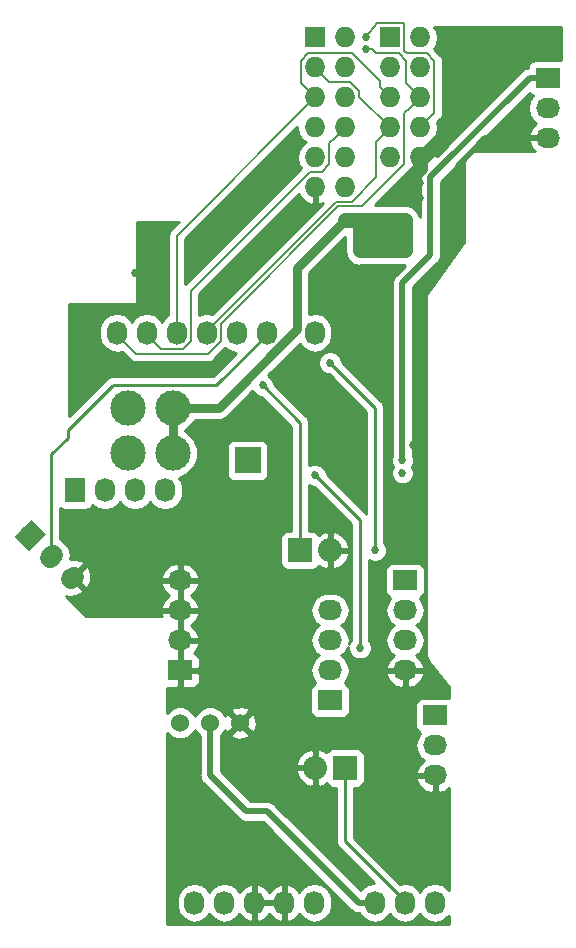
<source format=gbl>
G04 #@! TF.GenerationSoftware,KiCad,Pcbnew,5.0.2+dfsg1-1~bpo9+1*
G04 #@! TF.CreationDate,2019-11-08T02:25:03-05:00*
G04 #@! TF.ProjectId,uno,756e6f2e-6b69-4636-9164-5f7063625858,v1.0*
G04 #@! TF.SameCoordinates,Original*
G04 #@! TF.FileFunction,Copper,L2,Bot*
G04 #@! TF.FilePolarity,Positive*
%FSLAX46Y46*%
G04 Gerber Fmt 4.6, Leading zero omitted, Abs format (unit mm)*
G04 Created by KiCad (PCBNEW 5.0.2+dfsg1-1~bpo9+1) date Fri 08 Nov 2019 02:25:03 AM EST*
%MOMM*%
%LPD*%
G01*
G04 APERTURE LIST*
G04 #@! TA.AperFunction,ComponentPad*
%ADD10O,2.032000X1.727200*%
G04 #@! TD*
G04 #@! TA.AperFunction,ComponentPad*
%ADD11R,2.032000X1.727200*%
G04 #@! TD*
G04 #@! TA.AperFunction,ComponentPad*
%ADD12O,1.727200X2.032000*%
G04 #@! TD*
G04 #@! TA.AperFunction,ComponentPad*
%ADD13R,1.727200X1.727200*%
G04 #@! TD*
G04 #@! TA.AperFunction,ComponentPad*
%ADD14O,1.727200X1.727200*%
G04 #@! TD*
G04 #@! TA.AperFunction,ComponentPad*
%ADD15C,2.999740*%
G04 #@! TD*
G04 #@! TA.AperFunction,ComponentPad*
%ADD16R,2.235200X2.235200*%
G04 #@! TD*
G04 #@! TA.AperFunction,ComponentPad*
%ADD17C,1.727200*%
G04 #@! TD*
G04 #@! TA.AperFunction,Conductor*
%ADD18C,1.727200*%
G04 #@! TD*
G04 #@! TA.AperFunction,Conductor*
%ADD19C,0.100000*%
G04 #@! TD*
G04 #@! TA.AperFunction,ComponentPad*
%ADD20C,1.524000*%
G04 #@! TD*
G04 #@! TA.AperFunction,ComponentPad*
%ADD21O,2.032000X2.032000*%
G04 #@! TD*
G04 #@! TA.AperFunction,ComponentPad*
%ADD22R,2.032000X2.032000*%
G04 #@! TD*
G04 #@! TA.AperFunction,ComponentPad*
%ADD23R,1.727200X2.032000*%
G04 #@! TD*
G04 #@! TA.AperFunction,ViaPad*
%ADD24C,0.685800*%
G04 #@! TD*
G04 #@! TA.AperFunction,Conductor*
%ADD25C,0.508000*%
G04 #@! TD*
G04 #@! TA.AperFunction,Conductor*
%ADD26C,1.270000*%
G04 #@! TD*
G04 #@! TA.AperFunction,Conductor*
%ADD27C,0.762000*%
G04 #@! TD*
G04 #@! TA.AperFunction,Conductor*
%ADD28C,0.152400*%
G04 #@! TD*
G04 #@! TA.AperFunction,Conductor*
%ADD29C,0.254000*%
G04 #@! TD*
G04 APERTURE END LIST*
D10*
G04 #@! TO.P,P9,3*
G04 #@! TO.N,GND*
X76200000Y-97790000D03*
G04 #@! TO.P,P9,2*
G04 #@! TO.N,/D8*
X76200000Y-95250000D03*
D11*
G04 #@! TO.P,P9,1*
G04 #@! TO.N,+5V*
X76200000Y-92710000D03*
G04 #@! TD*
D12*
G04 #@! TO.P,U5,3V3*
G04 #@! TO.N,+3V3*
X55829200Y-108585000D03*
G04 #@! TO.P,U5,5V*
G04 #@! TO.N,+5V*
X58369200Y-108585000D03*
G04 #@! TO.P,U5,GND1*
G04 #@! TO.N,GND*
X60909200Y-108585000D03*
G04 #@! TO.P,U5,GND2*
X63449200Y-108585000D03*
G04 #@! TO.P,U5,VIN*
G04 #@! TO.N,VIN*
X65989200Y-108585000D03*
G04 #@! TO.P,U5,A0*
G04 #@! TO.N,/A0*
X71094600Y-108585000D03*
G04 #@! TO.P,U5,A1*
G04 #@! TO.N,/A1*
X73634600Y-108585000D03*
G04 #@! TO.P,U5,A2*
G04 #@! TO.N,/A2*
X76174600Y-108585000D03*
G04 #@! TO.P,U5,D7*
G04 #@! TO.N,/D7*
X66014600Y-60325000D03*
G04 #@! TO.P,U5,D13*
G04 #@! TO.N,/D13*
X49250600Y-60325000D03*
G04 #@! TO.P,U5,D12*
G04 #@! TO.N,/D12*
X51790600Y-60325000D03*
G04 #@! TO.P,U5,D11*
G04 #@! TO.N,/D11*
X54330600Y-60325000D03*
G04 #@! TO.P,U5,D8*
G04 #@! TO.N,/D8*
X61950600Y-60325000D03*
G04 #@! TO.P,U5,D9*
G04 #@! TO.N,/D9*
X59410600Y-60325000D03*
G04 #@! TO.P,U5,D10*
G04 #@! TO.N,/CS*
X56870600Y-60325000D03*
G04 #@! TD*
D10*
G04 #@! TO.P,P1,4*
G04 #@! TO.N,+5V*
X67310000Y-83820000D03*
G04 #@! TO.P,P1,3*
X67310000Y-86360000D03*
G04 #@! TO.P,P1,2*
X67310000Y-88900000D03*
D11*
G04 #@! TO.P,P1,1*
X67310000Y-91440000D03*
G04 #@! TD*
D13*
G04 #@! TO.P,P2,1*
G04 #@! TO.N,/CLKOUT*
X72390000Y-35306000D03*
D14*
G04 #@! TO.P,P2,2*
G04 #@! TO.N,/INT*
X74930000Y-35306000D03*
G04 #@! TO.P,P2,3*
G04 #@! TO.N,/WOL*
X72390000Y-37846000D03*
G04 #@! TO.P,P2,4*
G04 #@! TO.N,/D12*
X74930000Y-37846000D03*
G04 #@! TO.P,P2,5*
G04 #@! TO.N,/D11*
X72390000Y-40386000D03*
G04 #@! TO.P,P2,6*
G04 #@! TO.N,/D13*
X74930000Y-40386000D03*
G04 #@! TO.P,P2,7*
G04 #@! TO.N,/CS*
X72390000Y-42926000D03*
G04 #@! TO.P,P2,8*
G04 #@! TO.N,/RST*
X74930000Y-42926000D03*
G04 #@! TO.P,P2,9*
G04 #@! TO.N,/VCC_Branch*
X72390000Y-45466000D03*
G04 #@! TO.P,P2,10*
G04 #@! TO.N,GND*
X74930000Y-45466000D03*
G04 #@! TD*
D15*
G04 #@! TO.P,P3,1*
G04 #@! TO.N,+3V3*
X50165000Y-70485000D03*
G04 #@! TO.P,P3,2*
G04 #@! TO.N,/VCC_Branch*
X53975000Y-70485000D03*
G04 #@! TD*
G04 #@! TO.P,P4,2*
G04 #@! TO.N,/VCC_Branch*
X53975000Y-66675000D03*
G04 #@! TO.P,P4,1*
G04 #@! TO.N,+5V*
X50165000Y-66675000D03*
G04 #@! TD*
D11*
G04 #@! TO.P,P5,1*
G04 #@! TO.N,GND*
X54610000Y-88900000D03*
D10*
G04 #@! TO.P,P5,2*
X54610000Y-86360000D03*
G04 #@! TO.P,P5,3*
X54610000Y-83820000D03*
G04 #@! TO.P,P5,4*
X54610000Y-81280000D03*
G04 #@! TD*
D16*
G04 #@! TO.P,P6,1*
G04 #@! TO.N,/UNUSED*
X60325000Y-71120000D03*
G04 #@! TD*
D13*
G04 #@! TO.P,P7,1*
G04 #@! TO.N,GND*
X66040000Y-35306000D03*
D14*
G04 #@! TO.P,P7,2*
G04 #@! TO.N,/Q3*
X68580000Y-35306000D03*
G04 #@! TO.P,P7,3*
G04 #@! TO.N,/CS*
X66040000Y-37846000D03*
G04 #@! TO.P,P7,4*
G04 #@! TO.N,/RST*
X68580000Y-37846000D03*
G04 #@! TO.P,P7,5*
G04 #@! TO.N,/D11*
X66040000Y-40386000D03*
G04 #@! TO.P,P7,6*
G04 #@! TO.N,/D13*
X68580000Y-40386000D03*
G04 #@! TO.P,P7,7*
G04 #@! TO.N,/WOL*
X66040000Y-42926000D03*
G04 #@! TO.P,P7,8*
G04 #@! TO.N,/D12*
X68580000Y-42926000D03*
G04 #@! TO.P,P7,9*
G04 #@! TO.N,/CLKOUT*
X66040000Y-45466000D03*
G04 #@! TO.P,P7,10*
G04 #@! TO.N,/INT*
X68580000Y-45466000D03*
G04 #@! TO.P,P7,11*
G04 #@! TO.N,GND*
X66040000Y-48006000D03*
G04 #@! TO.P,P7,12*
G04 #@! TO.N,/VCC_Branch*
X68580000Y-48006000D03*
G04 #@! TD*
D17*
G04 #@! TO.P,P8,3*
G04 #@! TO.N,GND*
X45502102Y-81062102D03*
D18*
G04 #@! TD*
G04 #@! TO.N,GND*
G04 #@! TO.C,P8*
X45394339Y-81169865D02*
X45609865Y-80954339D01*
D17*
G04 #@! TO.P,P8,2*
G04 #@! TO.N,/D8*
X43706051Y-79266051D03*
D18*
G04 #@! TD*
G04 #@! TO.N,/D8*
G04 #@! TO.C,P8*
X43598288Y-79373814D02*
X43813814Y-79158288D01*
D17*
G04 #@! TO.P,P8,1*
G04 #@! TO.N,+5V*
X41910000Y-77470000D03*
D19*
G04 #@! TD*
G04 #@! TO.N,+5V*
G04 #@! TO.C,P8*
G36*
X41802237Y-78799078D02*
X40580922Y-77577763D01*
X42017763Y-76140922D01*
X43239078Y-77362237D01*
X41802237Y-78799078D01*
X41802237Y-78799078D01*
G37*
D11*
G04 #@! TO.P,P9,1*
G04 #@! TO.N,+5V*
X85725000Y-38735000D03*
D10*
G04 #@! TO.P,P9,2*
G04 #@! TO.N,/D9*
X85725000Y-41275000D03*
G04 #@! TO.P,P9,3*
G04 #@! TO.N,GND*
X85725000Y-43815000D03*
G04 #@! TD*
D20*
G04 #@! TO.P,P10,2*
G04 #@! TO.N,/A0*
X57150000Y-93345000D03*
G04 #@! TO.P,P10,3*
G04 #@! TO.N,GND*
X59690000Y-93345000D03*
G04 #@! TO.P,P10,1*
G04 #@! TO.N,+5V*
X54610000Y-93345000D03*
G04 #@! TD*
D21*
G04 #@! TO.P,P11,2*
G04 #@! TO.N,GND*
X66040000Y-97155000D03*
D22*
G04 #@! TO.P,P11,1*
G04 #@! TO.N,/A1*
X68580000Y-97155000D03*
G04 #@! TD*
G04 #@! TO.P,P12,1*
G04 #@! TO.N,/D9*
X64770000Y-78740000D03*
D21*
G04 #@! TO.P,P12,2*
G04 #@! TO.N,GND*
X67310000Y-78740000D03*
G04 #@! TD*
D11*
G04 #@! TO.P,P14,1*
G04 #@! TO.N,+5V*
X73660000Y-81280000D03*
D10*
G04 #@! TO.P,P14,2*
G04 #@! TO.N,/D7*
X73660000Y-83820000D03*
G04 #@! TO.P,P14,3*
G04 #@! TO.N,Net-(P14-Pad3)*
X73660000Y-86360000D03*
G04 #@! TO.P,P14,4*
G04 #@! TO.N,GND*
X73660000Y-88900000D03*
G04 #@! TD*
D23*
G04 #@! TO.P,P15,1*
G04 #@! TO.N,+3V3*
X45720000Y-73660000D03*
D12*
G04 #@! TO.P,P15,2*
X48260000Y-73660000D03*
G04 #@! TO.P,P15,3*
X50800000Y-73660000D03*
G04 #@! TO.P,P15,4*
X53340000Y-73660000D03*
G04 #@! TD*
D24*
G04 #@! TO.N,GND*
X74295000Y-69850000D03*
X63246000Y-51308000D03*
X68326000Y-54356000D03*
X59055000Y-55880000D03*
X50800000Y-55245000D03*
X72390000Y-104140000D03*
X73660000Y-102870000D03*
X74930000Y-101600000D03*
X66040000Y-100330000D03*
X66040000Y-101600000D03*
X66040000Y-102870000D03*
X57150000Y-102870000D03*
X58420000Y-102870000D03*
X59690000Y-102870000D03*
X49530000Y-78105000D03*
X50800000Y-78105000D03*
X52070000Y-78105000D03*
X50800000Y-76835000D03*
X50800000Y-79375000D03*
X50800000Y-80645000D03*
X50800000Y-81915000D03*
X73660000Y-47625000D03*
X73660000Y-48895000D03*
X72390000Y-48895000D03*
X74930000Y-48895000D03*
X74930000Y-47625000D03*
X77470000Y-43180000D03*
X78740000Y-41910000D03*
X80010000Y-40640000D03*
X63500000Y-46990000D03*
X62230000Y-48260000D03*
X60960000Y-49530000D03*
X69215000Y-60960000D03*
X70485000Y-59055000D03*
X68580000Y-57785000D03*
X69850000Y-55880000D03*
X77470000Y-50165000D03*
X77470000Y-47625000D03*
X77470000Y-48895000D03*
G04 #@! TO.N,+5V*
X73444099Y-72174099D03*
X73444099Y-71120000D03*
G04 #@! TO.N,/VCC_Branch*
X69850000Y-50800000D03*
X71120000Y-50800000D03*
X72390000Y-50800000D03*
X73660000Y-50800000D03*
X69850000Y-52070000D03*
X71120000Y-52070000D03*
X72390000Y-52070000D03*
X73660000Y-52070000D03*
X73660000Y-53340000D03*
X72390000Y-53340000D03*
X71120000Y-53340000D03*
X69850000Y-53340000D03*
G04 #@! TO.N,/RST*
X70358000Y-35306000D03*
G04 #@! TO.N,/D13*
X70358000Y-36322000D03*
G04 #@! TO.N,/D8*
X71120000Y-78740000D03*
X67310000Y-62865000D03*
G04 #@! TO.N,/D9*
X61595000Y-64770000D03*
G04 #@! TO.N,Net-(LED1-Pad2)*
X69850000Y-86995000D03*
X66040000Y-72390000D03*
G04 #@! TD*
D25*
G04 #@! TO.N,GND*
X78105000Y-46163803D02*
X80453803Y-43815000D01*
D26*
X74930000Y-46355000D02*
X73660000Y-47625000D01*
X74930000Y-45466000D02*
X74930000Y-46355000D01*
X75184000Y-45466000D02*
X77470000Y-43180000D01*
X74930000Y-45466000D02*
X75184000Y-45466000D01*
D25*
G04 #@! TO.N,+5V*
X73444099Y-56085235D02*
X73444099Y-71120000D01*
X85725000Y-38735000D02*
X84201000Y-38735000D01*
X84201000Y-38735000D02*
X75780901Y-47155099D01*
X75780901Y-53748433D02*
X73444099Y-56085235D01*
X75780901Y-47155099D02*
X75780901Y-53748433D01*
X73444099Y-72174099D02*
X73444099Y-72174099D01*
D27*
G04 #@! TO.N,/VCC_Branch*
X53975000Y-70485000D02*
X53975000Y-66675000D01*
X64515990Y-60031364D02*
X64515990Y-54864010D01*
X57872354Y-66675000D02*
X64515990Y-60031364D01*
X53975000Y-66675000D02*
X57872354Y-66675000D01*
X64515990Y-54864010D02*
X68580000Y-50800000D01*
X68580000Y-50800000D02*
X69850000Y-50800000D01*
X68580000Y-50800000D02*
X68580000Y-50800000D01*
X69850000Y-50800000D02*
X71120000Y-50800000D01*
X71120000Y-50800000D02*
X72390000Y-50800000D01*
X72390000Y-50800000D02*
X73660000Y-50800000D01*
D26*
X68580000Y-50800000D02*
X73660000Y-50800000D01*
X73660000Y-52070000D02*
X73660000Y-52070000D01*
X69850000Y-52070000D02*
X69850000Y-52070000D01*
X69850000Y-50800000D02*
X69850000Y-52070000D01*
X73660000Y-52070000D02*
X73660000Y-53340000D01*
X73660000Y-53340000D02*
X72390000Y-53340000D01*
X69850000Y-52070000D02*
X71120000Y-52070000D01*
X71120000Y-52070000D02*
X72390000Y-52070000D01*
X73660000Y-52070000D02*
X73660000Y-50800000D01*
X73660000Y-53340000D02*
X73660000Y-53340000D01*
X72390000Y-53340000D02*
X71120000Y-53340000D01*
X71120000Y-53340000D02*
X69850000Y-53340000D01*
X69850000Y-53340000D02*
X69850000Y-53340000D01*
X69850000Y-53340000D02*
X69850000Y-52070000D01*
X72390000Y-52070000D02*
X73660000Y-52070000D01*
D28*
G04 #@! TO.N,/RST*
X71262239Y-34112199D02*
X70358000Y-35306000D01*
X73583801Y-34178239D02*
X73517761Y-34112199D01*
X73517761Y-34112199D02*
X71262239Y-34112199D01*
X73583801Y-36433761D02*
X73583801Y-34178239D01*
X73802239Y-36652199D02*
X73583801Y-36433761D01*
X76123801Y-37272975D02*
X75503025Y-36652199D01*
X76123801Y-41732199D02*
X76123801Y-37272975D01*
X75503025Y-36652199D02*
X73802239Y-36652199D01*
X74930000Y-42926000D02*
X76123801Y-41732199D01*
X70358000Y-35016438D02*
X70358000Y-35306000D01*
X70358000Y-35306000D02*
X70358000Y-35016438D01*
G04 #@! TO.N,/CS*
X71196199Y-44119801D02*
X71526401Y-43789599D01*
X71196199Y-47156627D02*
X71196199Y-44119801D01*
X69153025Y-49199801D02*
X71196199Y-47156627D01*
X67843399Y-49199801D02*
X69153025Y-49199801D01*
X71526401Y-43789599D02*
X72390000Y-42926000D01*
X56870600Y-60172600D02*
X67843399Y-49199801D01*
X56870600Y-60325000D02*
X56870600Y-60172600D01*
X67233801Y-39039801D02*
X66903599Y-38709599D01*
X69000627Y-39039801D02*
X67233801Y-39039801D01*
X66903599Y-38709599D02*
X66040000Y-37846000D01*
X69773801Y-39812975D02*
X69000627Y-39039801D01*
X69773801Y-40309801D02*
X69773801Y-39812975D01*
X72390000Y-42926000D02*
X69773801Y-40309801D01*
G04 #@! TO.N,/D13*
X74066401Y-41249599D02*
X74930000Y-40386000D01*
X49250600Y-60325000D02*
X49250600Y-60477400D01*
X49250600Y-60477400D02*
X50850819Y-62077619D01*
X50850819Y-62077619D02*
X56958683Y-62077619D01*
X58064410Y-60971892D02*
X58064410Y-59553540D01*
X58064410Y-59553540D02*
X68011739Y-49606211D01*
X68011739Y-49606211D02*
X70016615Y-49606211D01*
X73583801Y-41732199D02*
X74066401Y-41249599D01*
X70016615Y-49606211D02*
X73583801Y-46039025D01*
X56958683Y-62077619D02*
X58064410Y-60971892D01*
X73583801Y-46039025D02*
X73583801Y-41732199D01*
X73736199Y-39192199D02*
X74066401Y-39522401D01*
X73736199Y-37272975D02*
X73736199Y-39192199D01*
X74066401Y-39522401D02*
X74930000Y-40386000D01*
X71173132Y-36652199D02*
X73115423Y-36652199D01*
X70842933Y-36322000D02*
X71173132Y-36652199D01*
X73115423Y-36652199D02*
X73736199Y-37272975D01*
X70358000Y-36322000D02*
X70842933Y-36322000D01*
G04 #@! TO.N,/D11*
X54330600Y-52095400D02*
X66040000Y-40386000D01*
X54330600Y-60325000D02*
X54330600Y-52095400D01*
X71526401Y-39522401D02*
X72390000Y-40386000D01*
X69153025Y-36652199D02*
X71526401Y-39025575D01*
X65466975Y-36652199D02*
X69153025Y-36652199D01*
X64846199Y-37272975D02*
X65466975Y-36652199D01*
X64846199Y-39192199D02*
X64846199Y-37272975D01*
X71526401Y-39025575D02*
X71526401Y-39522401D01*
X66040000Y-40386000D02*
X64846199Y-39192199D01*
G04 #@! TO.N,/D12*
X67233801Y-44272199D02*
X67716401Y-43789599D01*
X66613025Y-46659801D02*
X67233801Y-46039025D01*
X65608199Y-46659801D02*
X66613025Y-46659801D01*
X67716401Y-43789599D02*
X68580000Y-42926000D01*
X67233801Y-46039025D02*
X67233801Y-44272199D01*
X55524410Y-56743590D02*
X65608199Y-46659801D01*
X55524410Y-60971892D02*
X55524410Y-56743590D01*
X54825092Y-61671210D02*
X55524410Y-60971892D01*
X52984410Y-61671210D02*
X54825092Y-61671210D01*
X51790600Y-60477400D02*
X52984410Y-61671210D01*
X51790600Y-60325000D02*
X51790600Y-60477400D01*
D25*
G04 #@! TO.N,/A0*
X57150000Y-94422630D02*
X57150000Y-93345000D01*
X60228479Y-100838001D02*
X57150000Y-97759522D01*
X61976001Y-100838001D02*
X60228479Y-100838001D01*
X69723000Y-108585000D02*
X61976001Y-100838001D01*
X57150000Y-97759522D02*
X57150000Y-94422630D01*
X71094600Y-108585000D02*
X69723000Y-108585000D01*
D29*
G04 #@! TO.N,/A1*
X68580000Y-103378000D02*
X68580000Y-97155000D01*
X73634600Y-108432600D02*
X68580000Y-103378000D01*
X73634600Y-108585000D02*
X73634600Y-108432600D01*
G04 #@! TO.N,/D8*
X71120000Y-78740000D02*
X71120000Y-66675000D01*
X71120000Y-66675000D02*
X67310000Y-62865000D01*
X67310000Y-62865000D02*
X67310000Y-62865000D01*
X43706051Y-79266051D02*
X43706051Y-70605541D01*
X61950600Y-60477400D02*
X61950600Y-60325000D01*
X57682129Y-64745871D02*
X61950600Y-60477400D01*
X48895000Y-64745871D02*
X48895000Y-64794129D01*
X48895000Y-64745871D02*
X57682129Y-64745871D01*
X48895000Y-64794129D02*
X48870871Y-64794129D01*
X45085000Y-68580000D02*
X45085000Y-69226592D01*
X48870871Y-64794129D02*
X45085000Y-68580000D01*
X43706051Y-70605541D02*
X45085000Y-69226592D01*
G04 #@! TO.N,/D9*
X64770000Y-78740000D02*
X64770000Y-67945000D01*
X64770000Y-67945000D02*
X61595000Y-64770000D01*
X61595000Y-64770000D02*
X61595000Y-64770000D01*
G04 #@! TO.N,Net-(LED1-Pad2)*
X69850000Y-86995000D02*
X69850000Y-76200000D01*
X69850000Y-76200000D02*
X66040000Y-72390000D01*
G04 #@! TD*
G04 #@! TO.N,GND*
G36*
X55965680Y-94136337D02*
X56261000Y-94431657D01*
X56261000Y-94510185D01*
X56261001Y-94510190D01*
X56261000Y-97671967D01*
X56243584Y-97759522D01*
X56261000Y-97847077D01*
X56312581Y-98106391D01*
X56509067Y-98400455D01*
X56583296Y-98450053D01*
X59537949Y-101404707D01*
X59587546Y-101478934D01*
X59881609Y-101675420D01*
X60140923Y-101727001D01*
X60140924Y-101727001D01*
X60228479Y-101744417D01*
X60316034Y-101727001D01*
X61607766Y-101727001D01*
X69032471Y-109151707D01*
X69082067Y-109225933D01*
X69376130Y-109422419D01*
X69635444Y-109474000D01*
X69722999Y-109491416D01*
X69787495Y-109478587D01*
X70014170Y-109817830D01*
X70509876Y-110149050D01*
X71094600Y-110265359D01*
X71679325Y-110149050D01*
X72175030Y-109817830D01*
X72364600Y-109534119D01*
X72554170Y-109817830D01*
X73049876Y-110149050D01*
X73634600Y-110265359D01*
X74219325Y-110149050D01*
X74715030Y-109817830D01*
X74904600Y-109534119D01*
X75094170Y-109817830D01*
X75589876Y-110149050D01*
X76174600Y-110265359D01*
X76759325Y-110149050D01*
X77255030Y-109817830D01*
X77343000Y-109686173D01*
X77343000Y-110363000D01*
X53467000Y-110363000D01*
X53467000Y-108285003D01*
X54330600Y-108285003D01*
X54330600Y-108884998D01*
X54417550Y-109322125D01*
X54748770Y-109817830D01*
X55244476Y-110149050D01*
X55829200Y-110265359D01*
X56413925Y-110149050D01*
X56909630Y-109817830D01*
X57099200Y-109534119D01*
X57288770Y-109817830D01*
X57784476Y-110149050D01*
X58369200Y-110265359D01*
X58953925Y-110149050D01*
X59449630Y-109817830D01*
X59643109Y-109528267D01*
X60007164Y-109935732D01*
X60534409Y-110189709D01*
X60550174Y-110192358D01*
X60782200Y-110071217D01*
X60782200Y-108712000D01*
X61036200Y-108712000D01*
X61036200Y-110071217D01*
X61268226Y-110192358D01*
X61283991Y-110189709D01*
X61811236Y-109935732D01*
X62179200Y-109523892D01*
X62547164Y-109935732D01*
X63074409Y-110189709D01*
X63090174Y-110192358D01*
X63322200Y-110071217D01*
X63322200Y-108712000D01*
X61036200Y-108712000D01*
X60782200Y-108712000D01*
X60762200Y-108712000D01*
X60762200Y-108458000D01*
X60782200Y-108458000D01*
X60782200Y-107098783D01*
X61036200Y-107098783D01*
X61036200Y-108458000D01*
X63322200Y-108458000D01*
X63322200Y-107098783D01*
X63576200Y-107098783D01*
X63576200Y-108458000D01*
X63596200Y-108458000D01*
X63596200Y-108712000D01*
X63576200Y-108712000D01*
X63576200Y-110071217D01*
X63808226Y-110192358D01*
X63823991Y-110189709D01*
X64351236Y-109935732D01*
X64715290Y-109528268D01*
X64908770Y-109817830D01*
X65404476Y-110149050D01*
X65989200Y-110265359D01*
X66573925Y-110149050D01*
X67069630Y-109817830D01*
X67400850Y-109322124D01*
X67487800Y-108884997D01*
X67487800Y-108285002D01*
X67400850Y-107847875D01*
X67069630Y-107352170D01*
X66573924Y-107020950D01*
X65989200Y-106904641D01*
X65404475Y-107020950D01*
X64908770Y-107352170D01*
X64715291Y-107641733D01*
X64351236Y-107234268D01*
X63823991Y-106980291D01*
X63808226Y-106977642D01*
X63576200Y-107098783D01*
X63322200Y-107098783D01*
X63090174Y-106977642D01*
X63074409Y-106980291D01*
X62547164Y-107234268D01*
X62179200Y-107646108D01*
X61811236Y-107234268D01*
X61283991Y-106980291D01*
X61268226Y-106977642D01*
X61036200Y-107098783D01*
X60782200Y-107098783D01*
X60550174Y-106977642D01*
X60534409Y-106980291D01*
X60007164Y-107234268D01*
X59643110Y-107641732D01*
X59449630Y-107352170D01*
X58953924Y-107020950D01*
X58369200Y-106904641D01*
X57784475Y-107020950D01*
X57288770Y-107352170D01*
X57099200Y-107635881D01*
X56909630Y-107352170D01*
X56413924Y-107020950D01*
X55829200Y-106904641D01*
X55244475Y-107020950D01*
X54748770Y-107352170D01*
X54417550Y-107847876D01*
X54330600Y-108285003D01*
X53467000Y-108285003D01*
X53467000Y-94177657D01*
X53818663Y-94529320D01*
X54332119Y-94742000D01*
X54887881Y-94742000D01*
X55401337Y-94529320D01*
X55794320Y-94136337D01*
X55880000Y-93929487D01*
X55965680Y-94136337D01*
X55965680Y-94136337D01*
G37*
X55965680Y-94136337D02*
X56261000Y-94431657D01*
X56261000Y-94510185D01*
X56261001Y-94510190D01*
X56261000Y-97671967D01*
X56243584Y-97759522D01*
X56261000Y-97847077D01*
X56312581Y-98106391D01*
X56509067Y-98400455D01*
X56583296Y-98450053D01*
X59537949Y-101404707D01*
X59587546Y-101478934D01*
X59881609Y-101675420D01*
X60140923Y-101727001D01*
X60140924Y-101727001D01*
X60228479Y-101744417D01*
X60316034Y-101727001D01*
X61607766Y-101727001D01*
X69032471Y-109151707D01*
X69082067Y-109225933D01*
X69376130Y-109422419D01*
X69635444Y-109474000D01*
X69722999Y-109491416D01*
X69787495Y-109478587D01*
X70014170Y-109817830D01*
X70509876Y-110149050D01*
X71094600Y-110265359D01*
X71679325Y-110149050D01*
X72175030Y-109817830D01*
X72364600Y-109534119D01*
X72554170Y-109817830D01*
X73049876Y-110149050D01*
X73634600Y-110265359D01*
X74219325Y-110149050D01*
X74715030Y-109817830D01*
X74904600Y-109534119D01*
X75094170Y-109817830D01*
X75589876Y-110149050D01*
X76174600Y-110265359D01*
X76759325Y-110149050D01*
X77255030Y-109817830D01*
X77343000Y-109686173D01*
X77343000Y-110363000D01*
X53467000Y-110363000D01*
X53467000Y-108285003D01*
X54330600Y-108285003D01*
X54330600Y-108884998D01*
X54417550Y-109322125D01*
X54748770Y-109817830D01*
X55244476Y-110149050D01*
X55829200Y-110265359D01*
X56413925Y-110149050D01*
X56909630Y-109817830D01*
X57099200Y-109534119D01*
X57288770Y-109817830D01*
X57784476Y-110149050D01*
X58369200Y-110265359D01*
X58953925Y-110149050D01*
X59449630Y-109817830D01*
X59643109Y-109528267D01*
X60007164Y-109935732D01*
X60534409Y-110189709D01*
X60550174Y-110192358D01*
X60782200Y-110071217D01*
X60782200Y-108712000D01*
X61036200Y-108712000D01*
X61036200Y-110071217D01*
X61268226Y-110192358D01*
X61283991Y-110189709D01*
X61811236Y-109935732D01*
X62179200Y-109523892D01*
X62547164Y-109935732D01*
X63074409Y-110189709D01*
X63090174Y-110192358D01*
X63322200Y-110071217D01*
X63322200Y-108712000D01*
X61036200Y-108712000D01*
X60782200Y-108712000D01*
X60762200Y-108712000D01*
X60762200Y-108458000D01*
X60782200Y-108458000D01*
X60782200Y-107098783D01*
X61036200Y-107098783D01*
X61036200Y-108458000D01*
X63322200Y-108458000D01*
X63322200Y-107098783D01*
X63576200Y-107098783D01*
X63576200Y-108458000D01*
X63596200Y-108458000D01*
X63596200Y-108712000D01*
X63576200Y-108712000D01*
X63576200Y-110071217D01*
X63808226Y-110192358D01*
X63823991Y-110189709D01*
X64351236Y-109935732D01*
X64715290Y-109528268D01*
X64908770Y-109817830D01*
X65404476Y-110149050D01*
X65989200Y-110265359D01*
X66573925Y-110149050D01*
X67069630Y-109817830D01*
X67400850Y-109322124D01*
X67487800Y-108884997D01*
X67487800Y-108285002D01*
X67400850Y-107847875D01*
X67069630Y-107352170D01*
X66573924Y-107020950D01*
X65989200Y-106904641D01*
X65404475Y-107020950D01*
X64908770Y-107352170D01*
X64715291Y-107641733D01*
X64351236Y-107234268D01*
X63823991Y-106980291D01*
X63808226Y-106977642D01*
X63576200Y-107098783D01*
X63322200Y-107098783D01*
X63090174Y-106977642D01*
X63074409Y-106980291D01*
X62547164Y-107234268D01*
X62179200Y-107646108D01*
X61811236Y-107234268D01*
X61283991Y-106980291D01*
X61268226Y-106977642D01*
X61036200Y-107098783D01*
X60782200Y-107098783D01*
X60550174Y-106977642D01*
X60534409Y-106980291D01*
X60007164Y-107234268D01*
X59643110Y-107641732D01*
X59449630Y-107352170D01*
X58953924Y-107020950D01*
X58369200Y-106904641D01*
X57784475Y-107020950D01*
X57288770Y-107352170D01*
X57099200Y-107635881D01*
X56909630Y-107352170D01*
X56413924Y-107020950D01*
X55829200Y-106904641D01*
X55244475Y-107020950D01*
X54748770Y-107352170D01*
X54417550Y-107847876D01*
X54330600Y-108285003D01*
X53467000Y-108285003D01*
X53467000Y-94177657D01*
X53818663Y-94529320D01*
X54332119Y-94742000D01*
X54887881Y-94742000D01*
X55401337Y-94529320D01*
X55794320Y-94136337D01*
X55880000Y-93929487D01*
X55965680Y-94136337D01*
G36*
X78613000Y-52664301D02*
X75461656Y-57076183D01*
X75441274Y-57121350D01*
X75438000Y-57150000D01*
X75438000Y-87630000D01*
X75447667Y-87678601D01*
X75463400Y-87706200D01*
X75494132Y-87747176D01*
X75497554Y-87809964D01*
X75519958Y-87856682D01*
X75530065Y-87907496D01*
X75580578Y-87983094D01*
X75589013Y-88000683D01*
X75619428Y-88041236D01*
X75687255Y-88142746D01*
X75703903Y-88153870D01*
X77343000Y-90339334D01*
X77343000Y-91224221D01*
X77216000Y-91198960D01*
X75184000Y-91198960D01*
X74936235Y-91248243D01*
X74726191Y-91388591D01*
X74585843Y-91598635D01*
X74536560Y-91846400D01*
X74536560Y-93573600D01*
X74585843Y-93821365D01*
X74726191Y-94031409D01*
X74936235Y-94171757D01*
X74962251Y-94176932D01*
X74635950Y-94665275D01*
X74519641Y-95250000D01*
X74635950Y-95834725D01*
X74967170Y-96330430D01*
X75256732Y-96523910D01*
X74849268Y-96887964D01*
X74595291Y-97415209D01*
X74592642Y-97430974D01*
X74713783Y-97663000D01*
X76073000Y-97663000D01*
X76073000Y-97643000D01*
X76327000Y-97643000D01*
X76327000Y-97663000D01*
X76347000Y-97663000D01*
X76347000Y-97917000D01*
X76327000Y-97917000D01*
X76327000Y-99130924D01*
X76561913Y-99275184D01*
X77114320Y-99081954D01*
X77343000Y-98877637D01*
X77343000Y-107483826D01*
X77255030Y-107352170D01*
X76759324Y-107020950D01*
X76174600Y-106904641D01*
X75589875Y-107020950D01*
X75094170Y-107352170D01*
X74904600Y-107635881D01*
X74715030Y-107352170D01*
X74219324Y-107020950D01*
X73634600Y-106904641D01*
X73258986Y-106979355D01*
X69342000Y-103062370D01*
X69342000Y-98818440D01*
X69596000Y-98818440D01*
X69843765Y-98769157D01*
X70053809Y-98628809D01*
X70194157Y-98418765D01*
X70243440Y-98171000D01*
X70243440Y-98149026D01*
X74592642Y-98149026D01*
X74595291Y-98164791D01*
X74849268Y-98692036D01*
X75285680Y-99081954D01*
X75838087Y-99275184D01*
X76073000Y-99130924D01*
X76073000Y-97917000D01*
X74713783Y-97917000D01*
X74592642Y-98149026D01*
X70243440Y-98149026D01*
X70243440Y-96139000D01*
X70194157Y-95891235D01*
X70053809Y-95681191D01*
X69843765Y-95540843D01*
X69596000Y-95491560D01*
X67564000Y-95491560D01*
X67316235Y-95540843D01*
X67106191Y-95681191D01*
X67001338Y-95838113D01*
X66904818Y-95748615D01*
X66422944Y-95549025D01*
X66167000Y-95668164D01*
X66167000Y-97028000D01*
X66187000Y-97028000D01*
X66187000Y-97282000D01*
X66167000Y-97282000D01*
X66167000Y-98641836D01*
X66422944Y-98760975D01*
X66904818Y-98561385D01*
X67001338Y-98471887D01*
X67106191Y-98628809D01*
X67316235Y-98769157D01*
X67564000Y-98818440D01*
X67818001Y-98818440D01*
X67818000Y-103302957D01*
X67803073Y-103378000D01*
X67818000Y-103453043D01*
X67818000Y-103453047D01*
X67862212Y-103675316D01*
X68030629Y-103927371D01*
X68094253Y-103969883D01*
X71039892Y-106915523D01*
X70509875Y-107020950D01*
X70014170Y-107352170D01*
X69907319Y-107512083D01*
X62666532Y-100271297D01*
X62616934Y-100197068D01*
X62322871Y-100000582D01*
X62063557Y-99949001D01*
X62063556Y-99949001D01*
X61976001Y-99931585D01*
X61888446Y-99949001D01*
X60596715Y-99949001D01*
X58185660Y-97537946D01*
X64434017Y-97537946D01*
X64702812Y-98123379D01*
X65175182Y-98561385D01*
X65657056Y-98760975D01*
X65913000Y-98641836D01*
X65913000Y-97282000D01*
X64552633Y-97282000D01*
X64434017Y-97537946D01*
X58185660Y-97537946D01*
X58039000Y-97391287D01*
X58039000Y-96772054D01*
X64434017Y-96772054D01*
X64552633Y-97028000D01*
X65913000Y-97028000D01*
X65913000Y-95668164D01*
X65657056Y-95549025D01*
X65175182Y-95748615D01*
X64702812Y-96186621D01*
X64434017Y-96772054D01*
X58039000Y-96772054D01*
X58039000Y-94431657D01*
X58145444Y-94325213D01*
X58889392Y-94325213D01*
X58958857Y-94567397D01*
X59482302Y-94754144D01*
X60037368Y-94726362D01*
X60421143Y-94567397D01*
X60490608Y-94325213D01*
X59690000Y-93524605D01*
X58889392Y-94325213D01*
X58145444Y-94325213D01*
X58334320Y-94136337D01*
X58413428Y-93945353D01*
X58467603Y-94076143D01*
X58709787Y-94145608D01*
X59510395Y-93345000D01*
X59869605Y-93345000D01*
X60670213Y-94145608D01*
X60912397Y-94076143D01*
X61099144Y-93552698D01*
X61071362Y-92997632D01*
X60912397Y-92613857D01*
X60670213Y-92544392D01*
X59869605Y-93345000D01*
X59510395Y-93345000D01*
X58709787Y-92544392D01*
X58467603Y-92613857D01*
X58417465Y-92754393D01*
X58334320Y-92553663D01*
X58145444Y-92364787D01*
X58889392Y-92364787D01*
X59690000Y-93165395D01*
X60490608Y-92364787D01*
X60421143Y-92122603D01*
X59897698Y-91935856D01*
X59342632Y-91963638D01*
X58958857Y-92122603D01*
X58889392Y-92364787D01*
X58145444Y-92364787D01*
X57941337Y-92160680D01*
X57427881Y-91948000D01*
X56872119Y-91948000D01*
X56358663Y-92160680D01*
X55965680Y-92553663D01*
X55880000Y-92760513D01*
X55794320Y-92553663D01*
X55401337Y-92160680D01*
X54887881Y-91948000D01*
X54332119Y-91948000D01*
X53818663Y-92160680D01*
X53467000Y-92512343D01*
X53467000Y-90398314D01*
X53467691Y-90398600D01*
X54324250Y-90398600D01*
X54483000Y-90239850D01*
X54483000Y-89027000D01*
X54737000Y-89027000D01*
X54737000Y-90239850D01*
X54895750Y-90398600D01*
X55752309Y-90398600D01*
X55985698Y-90301927D01*
X56164327Y-90123299D01*
X56261000Y-89889910D01*
X56261000Y-89185750D01*
X56102250Y-89027000D01*
X54737000Y-89027000D01*
X54483000Y-89027000D01*
X54463000Y-89027000D01*
X54463000Y-88773000D01*
X54483000Y-88773000D01*
X54483000Y-86487000D01*
X54737000Y-86487000D01*
X54737000Y-88773000D01*
X56102250Y-88773000D01*
X56261000Y-88614250D01*
X56261000Y-87910090D01*
X56164327Y-87676701D01*
X55985698Y-87498073D01*
X55788139Y-87416241D01*
X55960732Y-87262036D01*
X56214709Y-86734791D01*
X56217358Y-86719026D01*
X56096217Y-86487000D01*
X54737000Y-86487000D01*
X54483000Y-86487000D01*
X54463000Y-86487000D01*
X54463000Y-86233000D01*
X54483000Y-86233000D01*
X54483000Y-83947000D01*
X54737000Y-83947000D01*
X54737000Y-86233000D01*
X56096217Y-86233000D01*
X56217358Y-86000974D01*
X56214709Y-85985209D01*
X55960732Y-85457964D01*
X55548892Y-85090000D01*
X55960732Y-84722036D01*
X56214709Y-84194791D01*
X56217358Y-84179026D01*
X56096217Y-83947000D01*
X54737000Y-83947000D01*
X54483000Y-83947000D01*
X53123783Y-83947000D01*
X53002642Y-84179026D01*
X53005291Y-84194791D01*
X53069458Y-84328000D01*
X46616641Y-84328000D01*
X44992397Y-82587739D01*
X45184826Y-82655050D01*
X45769130Y-82622173D01*
X46296375Y-82368197D01*
X46360476Y-82100081D01*
X45502102Y-81241707D01*
X45487960Y-81255850D01*
X45308355Y-81076245D01*
X45322497Y-81062102D01*
X45681707Y-81062102D01*
X46540081Y-81920476D01*
X46808197Y-81856375D01*
X46912894Y-81639026D01*
X53002642Y-81639026D01*
X53005291Y-81654791D01*
X53259268Y-82182036D01*
X53671108Y-82550000D01*
X53259268Y-82917964D01*
X53005291Y-83445209D01*
X53002642Y-83460974D01*
X53123783Y-83693000D01*
X54483000Y-83693000D01*
X54483000Y-81407000D01*
X54737000Y-81407000D01*
X54737000Y-83693000D01*
X56096217Y-83693000D01*
X56217358Y-83460974D01*
X56214709Y-83445209D01*
X55960732Y-82917964D01*
X55548892Y-82550000D01*
X55960732Y-82182036D01*
X56214709Y-81654791D01*
X56217358Y-81639026D01*
X56096217Y-81407000D01*
X54737000Y-81407000D01*
X54483000Y-81407000D01*
X53123783Y-81407000D01*
X53002642Y-81639026D01*
X46912894Y-81639026D01*
X47062173Y-81329130D01*
X47085138Y-80920974D01*
X53002642Y-80920974D01*
X53123783Y-81153000D01*
X54483000Y-81153000D01*
X54483000Y-79939076D01*
X54737000Y-79939076D01*
X54737000Y-81153000D01*
X56096217Y-81153000D01*
X56217358Y-80920974D01*
X56214709Y-80905209D01*
X55960732Y-80377964D01*
X55524320Y-79988046D01*
X54971913Y-79794816D01*
X54737000Y-79939076D01*
X54483000Y-79939076D01*
X54248087Y-79794816D01*
X53695680Y-79988046D01*
X53259268Y-80377964D01*
X53005291Y-80905209D01*
X53002642Y-80920974D01*
X47085138Y-80920974D01*
X47095050Y-80744826D01*
X46901820Y-80192419D01*
X46892545Y-80179398D01*
X46642819Y-80100990D01*
X45681707Y-81062102D01*
X45322497Y-81062102D01*
X45308355Y-81047960D01*
X45487960Y-80868355D01*
X45502102Y-80882497D01*
X46463214Y-79921385D01*
X46384806Y-79671659D01*
X46371785Y-79662384D01*
X45819378Y-79469154D01*
X45273832Y-79499850D01*
X45341772Y-79158288D01*
X45225464Y-78573564D01*
X44894244Y-78077858D01*
X44468051Y-77793085D01*
X44468051Y-75180221D01*
X44608635Y-75274157D01*
X44856400Y-75323440D01*
X46583600Y-75323440D01*
X46831365Y-75274157D01*
X47041409Y-75133809D01*
X47181757Y-74923765D01*
X47186932Y-74897749D01*
X47675276Y-75224050D01*
X48260000Y-75340359D01*
X48844725Y-75224050D01*
X49340430Y-74892830D01*
X49530000Y-74609119D01*
X49719570Y-74892830D01*
X50215276Y-75224050D01*
X50800000Y-75340359D01*
X51384725Y-75224050D01*
X51880430Y-74892830D01*
X52070000Y-74609119D01*
X52259570Y-74892830D01*
X52755276Y-75224050D01*
X53340000Y-75340359D01*
X53924725Y-75224050D01*
X54420430Y-74892830D01*
X54751650Y-74397124D01*
X54838600Y-73959997D01*
X54838600Y-73360002D01*
X54751650Y-72922875D01*
X54516773Y-72571357D01*
X55184307Y-72294856D01*
X55784856Y-71694307D01*
X56109870Y-70909652D01*
X56109870Y-70060348D01*
X56085868Y-70002400D01*
X58559960Y-70002400D01*
X58559960Y-72237600D01*
X58609243Y-72485365D01*
X58749591Y-72695409D01*
X58959635Y-72835757D01*
X59207400Y-72885040D01*
X61442600Y-72885040D01*
X61690365Y-72835757D01*
X61900409Y-72695409D01*
X62040757Y-72485365D01*
X62090040Y-72237600D01*
X62090040Y-70002400D01*
X62040757Y-69754635D01*
X61900409Y-69544591D01*
X61690365Y-69404243D01*
X61442600Y-69354960D01*
X59207400Y-69354960D01*
X58959635Y-69404243D01*
X58749591Y-69544591D01*
X58609243Y-69754635D01*
X58559960Y-70002400D01*
X56085868Y-70002400D01*
X55784856Y-69275693D01*
X55184307Y-68675144D01*
X54991000Y-68595074D01*
X54991000Y-68564926D01*
X55184307Y-68484856D01*
X55784856Y-67884307D01*
X55864926Y-67691000D01*
X57772291Y-67691000D01*
X57872354Y-67710904D01*
X57972417Y-67691000D01*
X57972419Y-67691000D01*
X58268777Y-67632051D01*
X58604849Y-67407495D01*
X58661534Y-67322660D01*
X60735013Y-65249182D01*
X60765977Y-65323936D01*
X61041064Y-65599023D01*
X61400484Y-65747900D01*
X61495270Y-65747900D01*
X64008001Y-68260632D01*
X64008000Y-77076560D01*
X63754000Y-77076560D01*
X63506235Y-77125843D01*
X63296191Y-77266191D01*
X63155843Y-77476235D01*
X63106560Y-77724000D01*
X63106560Y-79756000D01*
X63155843Y-80003765D01*
X63296191Y-80213809D01*
X63506235Y-80354157D01*
X63754000Y-80403440D01*
X65786000Y-80403440D01*
X66033765Y-80354157D01*
X66243809Y-80213809D01*
X66348662Y-80056887D01*
X66445182Y-80146385D01*
X66927056Y-80345975D01*
X67183000Y-80226836D01*
X67183000Y-78867000D01*
X67437000Y-78867000D01*
X67437000Y-80226836D01*
X67692944Y-80345975D01*
X68174818Y-80146385D01*
X68647188Y-79708379D01*
X68915983Y-79122946D01*
X68797367Y-78867000D01*
X67437000Y-78867000D01*
X67183000Y-78867000D01*
X67163000Y-78867000D01*
X67163000Y-78613000D01*
X67183000Y-78613000D01*
X67183000Y-77253164D01*
X67437000Y-77253164D01*
X67437000Y-78613000D01*
X68797367Y-78613000D01*
X68915983Y-78357054D01*
X68647188Y-77771621D01*
X68174818Y-77333615D01*
X67692944Y-77134025D01*
X67437000Y-77253164D01*
X67183000Y-77253164D01*
X66927056Y-77134025D01*
X66445182Y-77333615D01*
X66348662Y-77423113D01*
X66243809Y-77266191D01*
X66033765Y-77125843D01*
X65786000Y-77076560D01*
X65532000Y-77076560D01*
X65532000Y-73238050D01*
X65845484Y-73367900D01*
X65940270Y-73367900D01*
X69088001Y-76515632D01*
X69088000Y-86374041D01*
X69020977Y-86441064D01*
X68931050Y-86658166D01*
X68990359Y-86360000D01*
X68874050Y-85775275D01*
X68542830Y-85279570D01*
X68259119Y-85090000D01*
X68542830Y-84900430D01*
X68874050Y-84404725D01*
X68990359Y-83820000D01*
X68874050Y-83235275D01*
X68542830Y-82739570D01*
X68047125Y-82408350D01*
X67609998Y-82321400D01*
X67010002Y-82321400D01*
X66572875Y-82408350D01*
X66077170Y-82739570D01*
X65745950Y-83235275D01*
X65629641Y-83820000D01*
X65745950Y-84404725D01*
X66077170Y-84900430D01*
X66360881Y-85090000D01*
X66077170Y-85279570D01*
X65745950Y-85775275D01*
X65629641Y-86360000D01*
X65745950Y-86944725D01*
X66077170Y-87440430D01*
X66360881Y-87630000D01*
X66077170Y-87819570D01*
X65745950Y-88315275D01*
X65629641Y-88900000D01*
X65745950Y-89484725D01*
X66072251Y-89973068D01*
X66046235Y-89978243D01*
X65836191Y-90118591D01*
X65695843Y-90328635D01*
X65646560Y-90576400D01*
X65646560Y-92303600D01*
X65695843Y-92551365D01*
X65836191Y-92761409D01*
X66046235Y-92901757D01*
X66294000Y-92951040D01*
X68326000Y-92951040D01*
X68573765Y-92901757D01*
X68783809Y-92761409D01*
X68924157Y-92551365D01*
X68973440Y-92303600D01*
X68973440Y-90576400D01*
X68924157Y-90328635D01*
X68783809Y-90118591D01*
X68573765Y-89978243D01*
X68547749Y-89973068D01*
X68874050Y-89484725D01*
X68918944Y-89259026D01*
X72052642Y-89259026D01*
X72055291Y-89274791D01*
X72309268Y-89802036D01*
X72745680Y-90191954D01*
X73298087Y-90385184D01*
X73533000Y-90240924D01*
X73533000Y-89027000D01*
X73787000Y-89027000D01*
X73787000Y-90240924D01*
X74021913Y-90385184D01*
X74574320Y-90191954D01*
X75010732Y-89802036D01*
X75264709Y-89274791D01*
X75267358Y-89259026D01*
X75146217Y-89027000D01*
X73787000Y-89027000D01*
X73533000Y-89027000D01*
X72173783Y-89027000D01*
X72052642Y-89259026D01*
X68918944Y-89259026D01*
X68990359Y-88900000D01*
X68874050Y-88315275D01*
X68542830Y-87819570D01*
X68259119Y-87630000D01*
X68542830Y-87440430D01*
X68872100Y-86947643D01*
X68872100Y-87189516D01*
X69020977Y-87548936D01*
X69296064Y-87824023D01*
X69655484Y-87972900D01*
X70044516Y-87972900D01*
X70403936Y-87824023D01*
X70679023Y-87548936D01*
X70827900Y-87189516D01*
X70827900Y-86800484D01*
X70679023Y-86441064D01*
X70612000Y-86374041D01*
X70612000Y-83820000D01*
X71979641Y-83820000D01*
X72095950Y-84404725D01*
X72427170Y-84900430D01*
X72710881Y-85090000D01*
X72427170Y-85279570D01*
X72095950Y-85775275D01*
X71979641Y-86360000D01*
X72095950Y-86944725D01*
X72427170Y-87440430D01*
X72716732Y-87633910D01*
X72309268Y-87997964D01*
X72055291Y-88525209D01*
X72052642Y-88540974D01*
X72173783Y-88773000D01*
X73533000Y-88773000D01*
X73533000Y-88753000D01*
X73787000Y-88753000D01*
X73787000Y-88773000D01*
X75146217Y-88773000D01*
X75267358Y-88540974D01*
X75264709Y-88525209D01*
X75010732Y-87997964D01*
X74603268Y-87633910D01*
X74892830Y-87440430D01*
X75224050Y-86944725D01*
X75340359Y-86360000D01*
X75224050Y-85775275D01*
X74892830Y-85279570D01*
X74609119Y-85090000D01*
X74892830Y-84900430D01*
X75224050Y-84404725D01*
X75340359Y-83820000D01*
X75224050Y-83235275D01*
X74897749Y-82746932D01*
X74923765Y-82741757D01*
X75133809Y-82601409D01*
X75274157Y-82391365D01*
X75323440Y-82143600D01*
X75323440Y-80416400D01*
X75274157Y-80168635D01*
X75133809Y-79958591D01*
X74923765Y-79818243D01*
X74676000Y-79768960D01*
X72644000Y-79768960D01*
X72396235Y-79818243D01*
X72186191Y-79958591D01*
X72045843Y-80168635D01*
X71996560Y-80416400D01*
X71996560Y-82143600D01*
X72045843Y-82391365D01*
X72186191Y-82601409D01*
X72396235Y-82741757D01*
X72422251Y-82746932D01*
X72095950Y-83235275D01*
X71979641Y-83820000D01*
X70612000Y-83820000D01*
X70612000Y-79588050D01*
X70925484Y-79717900D01*
X71314516Y-79717900D01*
X71673936Y-79569023D01*
X71949023Y-79293936D01*
X72097900Y-78934516D01*
X72097900Y-78545484D01*
X71949023Y-78186064D01*
X71882000Y-78119041D01*
X71882000Y-66750047D01*
X71896928Y-66675000D01*
X71877024Y-66574935D01*
X71837788Y-66377683D01*
X71669371Y-66125629D01*
X71605749Y-66083118D01*
X68287900Y-62765270D01*
X68287900Y-62670484D01*
X68139023Y-62311064D01*
X67863936Y-62035977D01*
X67504516Y-61887100D01*
X67115484Y-61887100D01*
X66756064Y-62035977D01*
X66480977Y-62311064D01*
X66332100Y-62670484D01*
X66332100Y-63059516D01*
X66480977Y-63418936D01*
X66756064Y-63694023D01*
X67115484Y-63842900D01*
X67210270Y-63842900D01*
X70358001Y-66990632D01*
X70358000Y-75622986D01*
X70335749Y-75608118D01*
X67017900Y-72290270D01*
X67017900Y-72195484D01*
X66869023Y-71836064D01*
X66593936Y-71560977D01*
X66234516Y-71412100D01*
X65845484Y-71412100D01*
X65532000Y-71541950D01*
X65532000Y-68020042D01*
X65546927Y-67944999D01*
X65532000Y-67869956D01*
X65532000Y-67869952D01*
X65487788Y-67647683D01*
X65319371Y-67395629D01*
X65255749Y-67353118D01*
X62572900Y-64670270D01*
X62572900Y-64575484D01*
X62424023Y-64216064D01*
X62148936Y-63940977D01*
X62074182Y-63910013D01*
X64730772Y-61253423D01*
X64934170Y-61557830D01*
X65429876Y-61889050D01*
X66014600Y-62005359D01*
X66599325Y-61889050D01*
X67095030Y-61557830D01*
X67426250Y-61062124D01*
X67513200Y-60624997D01*
X67513200Y-60025002D01*
X67426250Y-59587875D01*
X67095030Y-59092170D01*
X66599324Y-58760950D01*
X66014600Y-58644641D01*
X65531990Y-58740638D01*
X65531990Y-55284850D01*
X68580000Y-52236841D01*
X68580000Y-53214920D01*
X68555120Y-53340000D01*
X68653687Y-53835529D01*
X68851459Y-54131515D01*
X68934382Y-54255618D01*
X69354471Y-54536313D01*
X69850000Y-54634880D01*
X69975080Y-54610000D01*
X73534920Y-54610000D01*
X73640998Y-54631100D01*
X72877395Y-55394704D01*
X72803166Y-55444302D01*
X72606680Y-55738366D01*
X72574546Y-55899914D01*
X72537683Y-56085235D01*
X72555099Y-56172790D01*
X72555100Y-70710859D01*
X72466199Y-70925484D01*
X72466199Y-71314516D01*
X72603939Y-71647050D01*
X72466199Y-71979583D01*
X72466199Y-72368615D01*
X72615076Y-72728035D01*
X72890163Y-73003122D01*
X73249583Y-73151999D01*
X73638615Y-73151999D01*
X73998035Y-73003122D01*
X74273122Y-72728035D01*
X74421999Y-72368615D01*
X74421999Y-71979583D01*
X74284259Y-71647050D01*
X74421999Y-71314516D01*
X74421999Y-70925484D01*
X74333099Y-70710861D01*
X74333099Y-56453470D01*
X76347608Y-54438962D01*
X76421834Y-54389366D01*
X76618320Y-54095303D01*
X76669901Y-53835989D01*
X76687317Y-53748434D01*
X76669901Y-53660879D01*
X76669901Y-47523334D01*
X78613000Y-45580235D01*
X78613000Y-52664301D01*
X78613000Y-52664301D01*
G37*
X78613000Y-52664301D02*
X75461656Y-57076183D01*
X75441274Y-57121350D01*
X75438000Y-57150000D01*
X75438000Y-87630000D01*
X75447667Y-87678601D01*
X75463400Y-87706200D01*
X75494132Y-87747176D01*
X75497554Y-87809964D01*
X75519958Y-87856682D01*
X75530065Y-87907496D01*
X75580578Y-87983094D01*
X75589013Y-88000683D01*
X75619428Y-88041236D01*
X75687255Y-88142746D01*
X75703903Y-88153870D01*
X77343000Y-90339334D01*
X77343000Y-91224221D01*
X77216000Y-91198960D01*
X75184000Y-91198960D01*
X74936235Y-91248243D01*
X74726191Y-91388591D01*
X74585843Y-91598635D01*
X74536560Y-91846400D01*
X74536560Y-93573600D01*
X74585843Y-93821365D01*
X74726191Y-94031409D01*
X74936235Y-94171757D01*
X74962251Y-94176932D01*
X74635950Y-94665275D01*
X74519641Y-95250000D01*
X74635950Y-95834725D01*
X74967170Y-96330430D01*
X75256732Y-96523910D01*
X74849268Y-96887964D01*
X74595291Y-97415209D01*
X74592642Y-97430974D01*
X74713783Y-97663000D01*
X76073000Y-97663000D01*
X76073000Y-97643000D01*
X76327000Y-97643000D01*
X76327000Y-97663000D01*
X76347000Y-97663000D01*
X76347000Y-97917000D01*
X76327000Y-97917000D01*
X76327000Y-99130924D01*
X76561913Y-99275184D01*
X77114320Y-99081954D01*
X77343000Y-98877637D01*
X77343000Y-107483826D01*
X77255030Y-107352170D01*
X76759324Y-107020950D01*
X76174600Y-106904641D01*
X75589875Y-107020950D01*
X75094170Y-107352170D01*
X74904600Y-107635881D01*
X74715030Y-107352170D01*
X74219324Y-107020950D01*
X73634600Y-106904641D01*
X73258986Y-106979355D01*
X69342000Y-103062370D01*
X69342000Y-98818440D01*
X69596000Y-98818440D01*
X69843765Y-98769157D01*
X70053809Y-98628809D01*
X70194157Y-98418765D01*
X70243440Y-98171000D01*
X70243440Y-98149026D01*
X74592642Y-98149026D01*
X74595291Y-98164791D01*
X74849268Y-98692036D01*
X75285680Y-99081954D01*
X75838087Y-99275184D01*
X76073000Y-99130924D01*
X76073000Y-97917000D01*
X74713783Y-97917000D01*
X74592642Y-98149026D01*
X70243440Y-98149026D01*
X70243440Y-96139000D01*
X70194157Y-95891235D01*
X70053809Y-95681191D01*
X69843765Y-95540843D01*
X69596000Y-95491560D01*
X67564000Y-95491560D01*
X67316235Y-95540843D01*
X67106191Y-95681191D01*
X67001338Y-95838113D01*
X66904818Y-95748615D01*
X66422944Y-95549025D01*
X66167000Y-95668164D01*
X66167000Y-97028000D01*
X66187000Y-97028000D01*
X66187000Y-97282000D01*
X66167000Y-97282000D01*
X66167000Y-98641836D01*
X66422944Y-98760975D01*
X66904818Y-98561385D01*
X67001338Y-98471887D01*
X67106191Y-98628809D01*
X67316235Y-98769157D01*
X67564000Y-98818440D01*
X67818001Y-98818440D01*
X67818000Y-103302957D01*
X67803073Y-103378000D01*
X67818000Y-103453043D01*
X67818000Y-103453047D01*
X67862212Y-103675316D01*
X68030629Y-103927371D01*
X68094253Y-103969883D01*
X71039892Y-106915523D01*
X70509875Y-107020950D01*
X70014170Y-107352170D01*
X69907319Y-107512083D01*
X62666532Y-100271297D01*
X62616934Y-100197068D01*
X62322871Y-100000582D01*
X62063557Y-99949001D01*
X62063556Y-99949001D01*
X61976001Y-99931585D01*
X61888446Y-99949001D01*
X60596715Y-99949001D01*
X58185660Y-97537946D01*
X64434017Y-97537946D01*
X64702812Y-98123379D01*
X65175182Y-98561385D01*
X65657056Y-98760975D01*
X65913000Y-98641836D01*
X65913000Y-97282000D01*
X64552633Y-97282000D01*
X64434017Y-97537946D01*
X58185660Y-97537946D01*
X58039000Y-97391287D01*
X58039000Y-96772054D01*
X64434017Y-96772054D01*
X64552633Y-97028000D01*
X65913000Y-97028000D01*
X65913000Y-95668164D01*
X65657056Y-95549025D01*
X65175182Y-95748615D01*
X64702812Y-96186621D01*
X64434017Y-96772054D01*
X58039000Y-96772054D01*
X58039000Y-94431657D01*
X58145444Y-94325213D01*
X58889392Y-94325213D01*
X58958857Y-94567397D01*
X59482302Y-94754144D01*
X60037368Y-94726362D01*
X60421143Y-94567397D01*
X60490608Y-94325213D01*
X59690000Y-93524605D01*
X58889392Y-94325213D01*
X58145444Y-94325213D01*
X58334320Y-94136337D01*
X58413428Y-93945353D01*
X58467603Y-94076143D01*
X58709787Y-94145608D01*
X59510395Y-93345000D01*
X59869605Y-93345000D01*
X60670213Y-94145608D01*
X60912397Y-94076143D01*
X61099144Y-93552698D01*
X61071362Y-92997632D01*
X60912397Y-92613857D01*
X60670213Y-92544392D01*
X59869605Y-93345000D01*
X59510395Y-93345000D01*
X58709787Y-92544392D01*
X58467603Y-92613857D01*
X58417465Y-92754393D01*
X58334320Y-92553663D01*
X58145444Y-92364787D01*
X58889392Y-92364787D01*
X59690000Y-93165395D01*
X60490608Y-92364787D01*
X60421143Y-92122603D01*
X59897698Y-91935856D01*
X59342632Y-91963638D01*
X58958857Y-92122603D01*
X58889392Y-92364787D01*
X58145444Y-92364787D01*
X57941337Y-92160680D01*
X57427881Y-91948000D01*
X56872119Y-91948000D01*
X56358663Y-92160680D01*
X55965680Y-92553663D01*
X55880000Y-92760513D01*
X55794320Y-92553663D01*
X55401337Y-92160680D01*
X54887881Y-91948000D01*
X54332119Y-91948000D01*
X53818663Y-92160680D01*
X53467000Y-92512343D01*
X53467000Y-90398314D01*
X53467691Y-90398600D01*
X54324250Y-90398600D01*
X54483000Y-90239850D01*
X54483000Y-89027000D01*
X54737000Y-89027000D01*
X54737000Y-90239850D01*
X54895750Y-90398600D01*
X55752309Y-90398600D01*
X55985698Y-90301927D01*
X56164327Y-90123299D01*
X56261000Y-89889910D01*
X56261000Y-89185750D01*
X56102250Y-89027000D01*
X54737000Y-89027000D01*
X54483000Y-89027000D01*
X54463000Y-89027000D01*
X54463000Y-88773000D01*
X54483000Y-88773000D01*
X54483000Y-86487000D01*
X54737000Y-86487000D01*
X54737000Y-88773000D01*
X56102250Y-88773000D01*
X56261000Y-88614250D01*
X56261000Y-87910090D01*
X56164327Y-87676701D01*
X55985698Y-87498073D01*
X55788139Y-87416241D01*
X55960732Y-87262036D01*
X56214709Y-86734791D01*
X56217358Y-86719026D01*
X56096217Y-86487000D01*
X54737000Y-86487000D01*
X54483000Y-86487000D01*
X54463000Y-86487000D01*
X54463000Y-86233000D01*
X54483000Y-86233000D01*
X54483000Y-83947000D01*
X54737000Y-83947000D01*
X54737000Y-86233000D01*
X56096217Y-86233000D01*
X56217358Y-86000974D01*
X56214709Y-85985209D01*
X55960732Y-85457964D01*
X55548892Y-85090000D01*
X55960732Y-84722036D01*
X56214709Y-84194791D01*
X56217358Y-84179026D01*
X56096217Y-83947000D01*
X54737000Y-83947000D01*
X54483000Y-83947000D01*
X53123783Y-83947000D01*
X53002642Y-84179026D01*
X53005291Y-84194791D01*
X53069458Y-84328000D01*
X46616641Y-84328000D01*
X44992397Y-82587739D01*
X45184826Y-82655050D01*
X45769130Y-82622173D01*
X46296375Y-82368197D01*
X46360476Y-82100081D01*
X45502102Y-81241707D01*
X45487960Y-81255850D01*
X45308355Y-81076245D01*
X45322497Y-81062102D01*
X45681707Y-81062102D01*
X46540081Y-81920476D01*
X46808197Y-81856375D01*
X46912894Y-81639026D01*
X53002642Y-81639026D01*
X53005291Y-81654791D01*
X53259268Y-82182036D01*
X53671108Y-82550000D01*
X53259268Y-82917964D01*
X53005291Y-83445209D01*
X53002642Y-83460974D01*
X53123783Y-83693000D01*
X54483000Y-83693000D01*
X54483000Y-81407000D01*
X54737000Y-81407000D01*
X54737000Y-83693000D01*
X56096217Y-83693000D01*
X56217358Y-83460974D01*
X56214709Y-83445209D01*
X55960732Y-82917964D01*
X55548892Y-82550000D01*
X55960732Y-82182036D01*
X56214709Y-81654791D01*
X56217358Y-81639026D01*
X56096217Y-81407000D01*
X54737000Y-81407000D01*
X54483000Y-81407000D01*
X53123783Y-81407000D01*
X53002642Y-81639026D01*
X46912894Y-81639026D01*
X47062173Y-81329130D01*
X47085138Y-80920974D01*
X53002642Y-80920974D01*
X53123783Y-81153000D01*
X54483000Y-81153000D01*
X54483000Y-79939076D01*
X54737000Y-79939076D01*
X54737000Y-81153000D01*
X56096217Y-81153000D01*
X56217358Y-80920974D01*
X56214709Y-80905209D01*
X55960732Y-80377964D01*
X55524320Y-79988046D01*
X54971913Y-79794816D01*
X54737000Y-79939076D01*
X54483000Y-79939076D01*
X54248087Y-79794816D01*
X53695680Y-79988046D01*
X53259268Y-80377964D01*
X53005291Y-80905209D01*
X53002642Y-80920974D01*
X47085138Y-80920974D01*
X47095050Y-80744826D01*
X46901820Y-80192419D01*
X46892545Y-80179398D01*
X46642819Y-80100990D01*
X45681707Y-81062102D01*
X45322497Y-81062102D01*
X45308355Y-81047960D01*
X45487960Y-80868355D01*
X45502102Y-80882497D01*
X46463214Y-79921385D01*
X46384806Y-79671659D01*
X46371785Y-79662384D01*
X45819378Y-79469154D01*
X45273832Y-79499850D01*
X45341772Y-79158288D01*
X45225464Y-78573564D01*
X44894244Y-78077858D01*
X44468051Y-77793085D01*
X44468051Y-75180221D01*
X44608635Y-75274157D01*
X44856400Y-75323440D01*
X46583600Y-75323440D01*
X46831365Y-75274157D01*
X47041409Y-75133809D01*
X47181757Y-74923765D01*
X47186932Y-74897749D01*
X47675276Y-75224050D01*
X48260000Y-75340359D01*
X48844725Y-75224050D01*
X49340430Y-74892830D01*
X49530000Y-74609119D01*
X49719570Y-74892830D01*
X50215276Y-75224050D01*
X50800000Y-75340359D01*
X51384725Y-75224050D01*
X51880430Y-74892830D01*
X52070000Y-74609119D01*
X52259570Y-74892830D01*
X52755276Y-75224050D01*
X53340000Y-75340359D01*
X53924725Y-75224050D01*
X54420430Y-74892830D01*
X54751650Y-74397124D01*
X54838600Y-73959997D01*
X54838600Y-73360002D01*
X54751650Y-72922875D01*
X54516773Y-72571357D01*
X55184307Y-72294856D01*
X55784856Y-71694307D01*
X56109870Y-70909652D01*
X56109870Y-70060348D01*
X56085868Y-70002400D01*
X58559960Y-70002400D01*
X58559960Y-72237600D01*
X58609243Y-72485365D01*
X58749591Y-72695409D01*
X58959635Y-72835757D01*
X59207400Y-72885040D01*
X61442600Y-72885040D01*
X61690365Y-72835757D01*
X61900409Y-72695409D01*
X62040757Y-72485365D01*
X62090040Y-72237600D01*
X62090040Y-70002400D01*
X62040757Y-69754635D01*
X61900409Y-69544591D01*
X61690365Y-69404243D01*
X61442600Y-69354960D01*
X59207400Y-69354960D01*
X58959635Y-69404243D01*
X58749591Y-69544591D01*
X58609243Y-69754635D01*
X58559960Y-70002400D01*
X56085868Y-70002400D01*
X55784856Y-69275693D01*
X55184307Y-68675144D01*
X54991000Y-68595074D01*
X54991000Y-68564926D01*
X55184307Y-68484856D01*
X55784856Y-67884307D01*
X55864926Y-67691000D01*
X57772291Y-67691000D01*
X57872354Y-67710904D01*
X57972417Y-67691000D01*
X57972419Y-67691000D01*
X58268777Y-67632051D01*
X58604849Y-67407495D01*
X58661534Y-67322660D01*
X60735013Y-65249182D01*
X60765977Y-65323936D01*
X61041064Y-65599023D01*
X61400484Y-65747900D01*
X61495270Y-65747900D01*
X64008001Y-68260632D01*
X64008000Y-77076560D01*
X63754000Y-77076560D01*
X63506235Y-77125843D01*
X63296191Y-77266191D01*
X63155843Y-77476235D01*
X63106560Y-77724000D01*
X63106560Y-79756000D01*
X63155843Y-80003765D01*
X63296191Y-80213809D01*
X63506235Y-80354157D01*
X63754000Y-80403440D01*
X65786000Y-80403440D01*
X66033765Y-80354157D01*
X66243809Y-80213809D01*
X66348662Y-80056887D01*
X66445182Y-80146385D01*
X66927056Y-80345975D01*
X67183000Y-80226836D01*
X67183000Y-78867000D01*
X67437000Y-78867000D01*
X67437000Y-80226836D01*
X67692944Y-80345975D01*
X68174818Y-80146385D01*
X68647188Y-79708379D01*
X68915983Y-79122946D01*
X68797367Y-78867000D01*
X67437000Y-78867000D01*
X67183000Y-78867000D01*
X67163000Y-78867000D01*
X67163000Y-78613000D01*
X67183000Y-78613000D01*
X67183000Y-77253164D01*
X67437000Y-77253164D01*
X67437000Y-78613000D01*
X68797367Y-78613000D01*
X68915983Y-78357054D01*
X68647188Y-77771621D01*
X68174818Y-77333615D01*
X67692944Y-77134025D01*
X67437000Y-77253164D01*
X67183000Y-77253164D01*
X66927056Y-77134025D01*
X66445182Y-77333615D01*
X66348662Y-77423113D01*
X66243809Y-77266191D01*
X66033765Y-77125843D01*
X65786000Y-77076560D01*
X65532000Y-77076560D01*
X65532000Y-73238050D01*
X65845484Y-73367900D01*
X65940270Y-73367900D01*
X69088001Y-76515632D01*
X69088000Y-86374041D01*
X69020977Y-86441064D01*
X68931050Y-86658166D01*
X68990359Y-86360000D01*
X68874050Y-85775275D01*
X68542830Y-85279570D01*
X68259119Y-85090000D01*
X68542830Y-84900430D01*
X68874050Y-84404725D01*
X68990359Y-83820000D01*
X68874050Y-83235275D01*
X68542830Y-82739570D01*
X68047125Y-82408350D01*
X67609998Y-82321400D01*
X67010002Y-82321400D01*
X66572875Y-82408350D01*
X66077170Y-82739570D01*
X65745950Y-83235275D01*
X65629641Y-83820000D01*
X65745950Y-84404725D01*
X66077170Y-84900430D01*
X66360881Y-85090000D01*
X66077170Y-85279570D01*
X65745950Y-85775275D01*
X65629641Y-86360000D01*
X65745950Y-86944725D01*
X66077170Y-87440430D01*
X66360881Y-87630000D01*
X66077170Y-87819570D01*
X65745950Y-88315275D01*
X65629641Y-88900000D01*
X65745950Y-89484725D01*
X66072251Y-89973068D01*
X66046235Y-89978243D01*
X65836191Y-90118591D01*
X65695843Y-90328635D01*
X65646560Y-90576400D01*
X65646560Y-92303600D01*
X65695843Y-92551365D01*
X65836191Y-92761409D01*
X66046235Y-92901757D01*
X66294000Y-92951040D01*
X68326000Y-92951040D01*
X68573765Y-92901757D01*
X68783809Y-92761409D01*
X68924157Y-92551365D01*
X68973440Y-92303600D01*
X68973440Y-90576400D01*
X68924157Y-90328635D01*
X68783809Y-90118591D01*
X68573765Y-89978243D01*
X68547749Y-89973068D01*
X68874050Y-89484725D01*
X68918944Y-89259026D01*
X72052642Y-89259026D01*
X72055291Y-89274791D01*
X72309268Y-89802036D01*
X72745680Y-90191954D01*
X73298087Y-90385184D01*
X73533000Y-90240924D01*
X73533000Y-89027000D01*
X73787000Y-89027000D01*
X73787000Y-90240924D01*
X74021913Y-90385184D01*
X74574320Y-90191954D01*
X75010732Y-89802036D01*
X75264709Y-89274791D01*
X75267358Y-89259026D01*
X75146217Y-89027000D01*
X73787000Y-89027000D01*
X73533000Y-89027000D01*
X72173783Y-89027000D01*
X72052642Y-89259026D01*
X68918944Y-89259026D01*
X68990359Y-88900000D01*
X68874050Y-88315275D01*
X68542830Y-87819570D01*
X68259119Y-87630000D01*
X68542830Y-87440430D01*
X68872100Y-86947643D01*
X68872100Y-87189516D01*
X69020977Y-87548936D01*
X69296064Y-87824023D01*
X69655484Y-87972900D01*
X70044516Y-87972900D01*
X70403936Y-87824023D01*
X70679023Y-87548936D01*
X70827900Y-87189516D01*
X70827900Y-86800484D01*
X70679023Y-86441064D01*
X70612000Y-86374041D01*
X70612000Y-83820000D01*
X71979641Y-83820000D01*
X72095950Y-84404725D01*
X72427170Y-84900430D01*
X72710881Y-85090000D01*
X72427170Y-85279570D01*
X72095950Y-85775275D01*
X71979641Y-86360000D01*
X72095950Y-86944725D01*
X72427170Y-87440430D01*
X72716732Y-87633910D01*
X72309268Y-87997964D01*
X72055291Y-88525209D01*
X72052642Y-88540974D01*
X72173783Y-88773000D01*
X73533000Y-88773000D01*
X73533000Y-88753000D01*
X73787000Y-88753000D01*
X73787000Y-88773000D01*
X75146217Y-88773000D01*
X75267358Y-88540974D01*
X75264709Y-88525209D01*
X75010732Y-87997964D01*
X74603268Y-87633910D01*
X74892830Y-87440430D01*
X75224050Y-86944725D01*
X75340359Y-86360000D01*
X75224050Y-85775275D01*
X74892830Y-85279570D01*
X74609119Y-85090000D01*
X74892830Y-84900430D01*
X75224050Y-84404725D01*
X75340359Y-83820000D01*
X75224050Y-83235275D01*
X74897749Y-82746932D01*
X74923765Y-82741757D01*
X75133809Y-82601409D01*
X75274157Y-82391365D01*
X75323440Y-82143600D01*
X75323440Y-80416400D01*
X75274157Y-80168635D01*
X75133809Y-79958591D01*
X74923765Y-79818243D01*
X74676000Y-79768960D01*
X72644000Y-79768960D01*
X72396235Y-79818243D01*
X72186191Y-79958591D01*
X72045843Y-80168635D01*
X71996560Y-80416400D01*
X71996560Y-82143600D01*
X72045843Y-82391365D01*
X72186191Y-82601409D01*
X72396235Y-82741757D01*
X72422251Y-82746932D01*
X72095950Y-83235275D01*
X71979641Y-83820000D01*
X70612000Y-83820000D01*
X70612000Y-79588050D01*
X70925484Y-79717900D01*
X71314516Y-79717900D01*
X71673936Y-79569023D01*
X71949023Y-79293936D01*
X72097900Y-78934516D01*
X72097900Y-78545484D01*
X71949023Y-78186064D01*
X71882000Y-78119041D01*
X71882000Y-66750047D01*
X71896928Y-66675000D01*
X71877024Y-66574935D01*
X71837788Y-66377683D01*
X71669371Y-66125629D01*
X71605749Y-66083118D01*
X68287900Y-62765270D01*
X68287900Y-62670484D01*
X68139023Y-62311064D01*
X67863936Y-62035977D01*
X67504516Y-61887100D01*
X67115484Y-61887100D01*
X66756064Y-62035977D01*
X66480977Y-62311064D01*
X66332100Y-62670484D01*
X66332100Y-63059516D01*
X66480977Y-63418936D01*
X66756064Y-63694023D01*
X67115484Y-63842900D01*
X67210270Y-63842900D01*
X70358001Y-66990632D01*
X70358000Y-75622986D01*
X70335749Y-75608118D01*
X67017900Y-72290270D01*
X67017900Y-72195484D01*
X66869023Y-71836064D01*
X66593936Y-71560977D01*
X66234516Y-71412100D01*
X65845484Y-71412100D01*
X65532000Y-71541950D01*
X65532000Y-68020042D01*
X65546927Y-67944999D01*
X65532000Y-67869956D01*
X65532000Y-67869952D01*
X65487788Y-67647683D01*
X65319371Y-67395629D01*
X65255749Y-67353118D01*
X62572900Y-64670270D01*
X62572900Y-64575484D01*
X62424023Y-64216064D01*
X62148936Y-63940977D01*
X62074182Y-63910013D01*
X64730772Y-61253423D01*
X64934170Y-61557830D01*
X65429876Y-61889050D01*
X66014600Y-62005359D01*
X66599325Y-61889050D01*
X67095030Y-61557830D01*
X67426250Y-61062124D01*
X67513200Y-60624997D01*
X67513200Y-60025002D01*
X67426250Y-59587875D01*
X67095030Y-59092170D01*
X66599324Y-58760950D01*
X66014600Y-58644641D01*
X65531990Y-58740638D01*
X65531990Y-55284850D01*
X68580000Y-52236841D01*
X68580000Y-53214920D01*
X68555120Y-53340000D01*
X68653687Y-53835529D01*
X68851459Y-54131515D01*
X68934382Y-54255618D01*
X69354471Y-54536313D01*
X69850000Y-54634880D01*
X69975080Y-54610000D01*
X73534920Y-54610000D01*
X73640998Y-54631100D01*
X72877395Y-55394704D01*
X72803166Y-55444302D01*
X72606680Y-55738366D01*
X72574546Y-55899914D01*
X72537683Y-56085235D01*
X72555099Y-56172790D01*
X72555100Y-70710859D01*
X72466199Y-70925484D01*
X72466199Y-71314516D01*
X72603939Y-71647050D01*
X72466199Y-71979583D01*
X72466199Y-72368615D01*
X72615076Y-72728035D01*
X72890163Y-73003122D01*
X73249583Y-73151999D01*
X73638615Y-73151999D01*
X73998035Y-73003122D01*
X74273122Y-72728035D01*
X74421999Y-72368615D01*
X74421999Y-71979583D01*
X74284259Y-71647050D01*
X74421999Y-71314516D01*
X74421999Y-70925484D01*
X74333099Y-70710861D01*
X74333099Y-56453470D01*
X76347608Y-54438962D01*
X76421834Y-54389366D01*
X76618320Y-54095303D01*
X76669901Y-53835989D01*
X76687317Y-53748434D01*
X76669901Y-53660879D01*
X76669901Y-47523334D01*
X78613000Y-45580235D01*
X78613000Y-52664301D01*
G36*
X53877234Y-51542978D02*
X53817855Y-51582654D01*
X53778179Y-51642033D01*
X53778176Y-51642036D01*
X53660665Y-51817904D01*
X53605468Y-52095400D01*
X53619401Y-52165446D01*
X53619400Y-58845458D01*
X53250170Y-59092170D01*
X53060600Y-59375881D01*
X52871030Y-59092170D01*
X52375324Y-58760950D01*
X51790600Y-58644641D01*
X51205875Y-58760950D01*
X50710170Y-59092170D01*
X50520600Y-59375881D01*
X50331030Y-59092170D01*
X49835324Y-58760950D01*
X49250600Y-58644641D01*
X48665875Y-58760950D01*
X48170170Y-59092170D01*
X47838950Y-59587876D01*
X47752000Y-60025003D01*
X47752000Y-60624998D01*
X47838950Y-61062125D01*
X48170170Y-61557830D01*
X48665876Y-61889050D01*
X49250600Y-62005359D01*
X49686137Y-61918725D01*
X50298397Y-62530986D01*
X50338073Y-62590365D01*
X50397452Y-62630041D01*
X50397454Y-62630043D01*
X50573321Y-62747554D01*
X50573322Y-62747554D01*
X50573323Y-62747555D01*
X50780773Y-62788819D01*
X50780776Y-62788819D01*
X50850818Y-62802751D01*
X50920860Y-62788819D01*
X56888642Y-62788819D01*
X56958683Y-62802751D01*
X57028724Y-62788819D01*
X57028729Y-62788819D01*
X57236179Y-62747555D01*
X57471429Y-62590365D01*
X57511107Y-62530983D01*
X58422541Y-61619550D01*
X58825876Y-61889050D01*
X59355892Y-61994477D01*
X57366499Y-63983871D01*
X48970048Y-63983871D01*
X48895000Y-63968943D01*
X48819952Y-63983871D01*
X48597683Y-64028083D01*
X48345629Y-64196500D01*
X48254531Y-64332838D01*
X45212000Y-67375370D01*
X45212000Y-57912000D01*
X50800000Y-57912000D01*
X50848601Y-57902333D01*
X50889803Y-57874803D01*
X50917333Y-57833601D01*
X50927000Y-57785000D01*
X50927000Y-50927000D01*
X54493212Y-50927000D01*
X53877234Y-51542978D01*
X53877234Y-51542978D01*
G37*
X53877234Y-51542978D02*
X53817855Y-51582654D01*
X53778179Y-51642033D01*
X53778176Y-51642036D01*
X53660665Y-51817904D01*
X53605468Y-52095400D01*
X53619401Y-52165446D01*
X53619400Y-58845458D01*
X53250170Y-59092170D01*
X53060600Y-59375881D01*
X52871030Y-59092170D01*
X52375324Y-58760950D01*
X51790600Y-58644641D01*
X51205875Y-58760950D01*
X50710170Y-59092170D01*
X50520600Y-59375881D01*
X50331030Y-59092170D01*
X49835324Y-58760950D01*
X49250600Y-58644641D01*
X48665875Y-58760950D01*
X48170170Y-59092170D01*
X47838950Y-59587876D01*
X47752000Y-60025003D01*
X47752000Y-60624998D01*
X47838950Y-61062125D01*
X48170170Y-61557830D01*
X48665876Y-61889050D01*
X49250600Y-62005359D01*
X49686137Y-61918725D01*
X50298397Y-62530986D01*
X50338073Y-62590365D01*
X50397452Y-62630041D01*
X50397454Y-62630043D01*
X50573321Y-62747554D01*
X50573322Y-62747554D01*
X50573323Y-62747555D01*
X50780773Y-62788819D01*
X50780776Y-62788819D01*
X50850818Y-62802751D01*
X50920860Y-62788819D01*
X56888642Y-62788819D01*
X56958683Y-62802751D01*
X57028724Y-62788819D01*
X57028729Y-62788819D01*
X57236179Y-62747555D01*
X57471429Y-62590365D01*
X57511107Y-62530983D01*
X58422541Y-61619550D01*
X58825876Y-61889050D01*
X59355892Y-61994477D01*
X57366499Y-63983871D01*
X48970048Y-63983871D01*
X48895000Y-63968943D01*
X48819952Y-63983871D01*
X48597683Y-64028083D01*
X48345629Y-64196500D01*
X48254531Y-64332838D01*
X45212000Y-67375370D01*
X45212000Y-57912000D01*
X50800000Y-57912000D01*
X50848601Y-57902333D01*
X50889803Y-57874803D01*
X50917333Y-57833601D01*
X50927000Y-57785000D01*
X50927000Y-50927000D01*
X54493212Y-50927000D01*
X53877234Y-51542978D01*
G36*
X66167000Y-47879000D02*
X66187000Y-47879000D01*
X66187000Y-48133000D01*
X66167000Y-48133000D01*
X66167000Y-49340469D01*
X66399027Y-49460968D01*
X66732941Y-49304470D01*
X57306137Y-58731275D01*
X56870600Y-58644641D01*
X56285875Y-58760950D01*
X56235610Y-58794536D01*
X56235610Y-57038178D01*
X64679854Y-48593935D01*
X64757312Y-48780947D01*
X65151510Y-49212821D01*
X65680973Y-49460968D01*
X65913000Y-49340469D01*
X65913000Y-48133000D01*
X65893000Y-48133000D01*
X65893000Y-47879000D01*
X65913000Y-47879000D01*
X65913000Y-47859000D01*
X66167000Y-47859000D01*
X66167000Y-47879000D01*
X66167000Y-47879000D01*
G37*
X66167000Y-47879000D02*
X66187000Y-47879000D01*
X66187000Y-48133000D01*
X66167000Y-48133000D01*
X66167000Y-49340469D01*
X66399027Y-49460968D01*
X66732941Y-49304470D01*
X57306137Y-58731275D01*
X56870600Y-58644641D01*
X56285875Y-58760950D01*
X56235610Y-58794536D01*
X56235610Y-57038178D01*
X64679854Y-48593935D01*
X64757312Y-48780947D01*
X65151510Y-49212821D01*
X65680973Y-49460968D01*
X65913000Y-49340469D01*
X65913000Y-48133000D01*
X65893000Y-48133000D01*
X65893000Y-47879000D01*
X65913000Y-47879000D01*
X65913000Y-47859000D01*
X66167000Y-47859000D01*
X66167000Y-47879000D01*
G36*
X64512041Y-42926000D02*
X64628350Y-43510725D01*
X64959570Y-44006430D01*
X65243281Y-44196000D01*
X64959570Y-44385570D01*
X64628350Y-44881275D01*
X64512041Y-45466000D01*
X64628350Y-46050725D01*
X64861922Y-46400289D01*
X55071044Y-56191168D01*
X55041800Y-56210708D01*
X55041800Y-52389988D01*
X64513593Y-42918195D01*
X64512041Y-42926000D01*
X64512041Y-42926000D01*
G37*
X64512041Y-42926000D02*
X64628350Y-43510725D01*
X64959570Y-44006430D01*
X65243281Y-44196000D01*
X64959570Y-44385570D01*
X64628350Y-44881275D01*
X64512041Y-45466000D01*
X64628350Y-46050725D01*
X64861922Y-46400289D01*
X55071044Y-56191168D01*
X55041800Y-56210708D01*
X55041800Y-52389988D01*
X64513593Y-42918195D01*
X64512041Y-42926000D01*
G36*
X74041510Y-46672821D02*
X74570973Y-46920968D01*
X74802998Y-46800470D01*
X74802998Y-46964600D01*
X74912378Y-46964600D01*
X74874485Y-47155099D01*
X74891901Y-47242654D01*
X74891902Y-50483386D01*
X74856313Y-50304471D01*
X74575618Y-49884382D01*
X74155529Y-49603687D01*
X73785080Y-49530000D01*
X73660000Y-49505120D01*
X73534920Y-49530000D01*
X71098614Y-49530000D01*
X74000607Y-46628008D01*
X74041510Y-46672821D01*
X74041510Y-46672821D01*
G37*
X74041510Y-46672821D02*
X74570973Y-46920968D01*
X74802998Y-46800470D01*
X74802998Y-46964600D01*
X74912378Y-46964600D01*
X74874485Y-47155099D01*
X74891901Y-47242654D01*
X74891902Y-50483386D01*
X74856313Y-50304471D01*
X74575618Y-49884382D01*
X74155529Y-49603687D01*
X73785080Y-49530000D01*
X73660000Y-49505120D01*
X73534920Y-49530000D01*
X71098614Y-49530000D01*
X74000607Y-46628008D01*
X74041510Y-46672821D01*
G36*
X75057000Y-45339000D02*
X75077000Y-45339000D01*
X75077000Y-45593000D01*
X75057000Y-45593000D01*
X75057000Y-45613000D01*
X74803000Y-45613000D01*
X74803000Y-45593000D01*
X74783000Y-45593000D01*
X74783000Y-45339000D01*
X74803000Y-45339000D01*
X74803000Y-45319000D01*
X75057000Y-45319000D01*
X75057000Y-45339000D01*
X75057000Y-45339000D01*
G37*
X75057000Y-45339000D02*
X75077000Y-45339000D01*
X75077000Y-45593000D01*
X75057000Y-45593000D01*
X75057000Y-45613000D01*
X74803000Y-45613000D01*
X74803000Y-45593000D01*
X74783000Y-45593000D01*
X74783000Y-45339000D01*
X74803000Y-45339000D01*
X74803000Y-45319000D01*
X75057000Y-45319000D01*
X75057000Y-45339000D01*
G36*
X86868000Y-37249221D02*
X86741000Y-37223960D01*
X84709000Y-37223960D01*
X84461235Y-37273243D01*
X84251191Y-37413591D01*
X84110843Y-37623635D01*
X84064683Y-37855699D01*
X83854130Y-37897581D01*
X83560067Y-38094067D01*
X83510471Y-38168293D01*
X76339767Y-45338998D01*
X76263818Y-45338998D01*
X76384958Y-45106974D01*
X76212688Y-44691053D01*
X75818490Y-44259179D01*
X75708979Y-44207854D01*
X76010430Y-44006430D01*
X76341650Y-43510725D01*
X76457959Y-42926000D01*
X76371325Y-42490463D01*
X76577170Y-42284619D01*
X76636546Y-42244945D01*
X76676221Y-42185568D01*
X76676225Y-42185564D01*
X76793736Y-42009696D01*
X76793737Y-42009695D01*
X76835001Y-41802245D01*
X76835001Y-41802241D01*
X76848933Y-41732199D01*
X76835001Y-41662157D01*
X76835001Y-37343017D01*
X76848933Y-37272975D01*
X76835001Y-37202933D01*
X76835001Y-37202929D01*
X76793737Y-36995479D01*
X76721337Y-36887125D01*
X76676225Y-36819610D01*
X76676223Y-36819608D01*
X76636547Y-36760229D01*
X76577168Y-36720553D01*
X76103602Y-36246988D01*
X76341650Y-35890725D01*
X76457959Y-35306000D01*
X76341650Y-34721275D01*
X76138340Y-34417000D01*
X86868000Y-34417000D01*
X86868000Y-37249221D01*
X86868000Y-37249221D01*
G37*
X86868000Y-37249221D02*
X86741000Y-37223960D01*
X84709000Y-37223960D01*
X84461235Y-37273243D01*
X84251191Y-37413591D01*
X84110843Y-37623635D01*
X84064683Y-37855699D01*
X83854130Y-37897581D01*
X83560067Y-38094067D01*
X83510471Y-38168293D01*
X76339767Y-45338998D01*
X76263818Y-45338998D01*
X76384958Y-45106974D01*
X76212688Y-44691053D01*
X75818490Y-44259179D01*
X75708979Y-44207854D01*
X76010430Y-44006430D01*
X76341650Y-43510725D01*
X76457959Y-42926000D01*
X76371325Y-42490463D01*
X76577170Y-42284619D01*
X76636546Y-42244945D01*
X76676221Y-42185568D01*
X76676225Y-42185564D01*
X76793736Y-42009696D01*
X76793737Y-42009695D01*
X76835001Y-41802245D01*
X76835001Y-41802241D01*
X76848933Y-41732199D01*
X76835001Y-41662157D01*
X76835001Y-37343017D01*
X76848933Y-37272975D01*
X76835001Y-37202933D01*
X76835001Y-37202929D01*
X76793737Y-36995479D01*
X76721337Y-36887125D01*
X76676225Y-36819610D01*
X76676223Y-36819608D01*
X76636547Y-36760229D01*
X76577168Y-36720553D01*
X76103602Y-36246988D01*
X76341650Y-35890725D01*
X76457959Y-35306000D01*
X76341650Y-34721275D01*
X76138340Y-34417000D01*
X86868000Y-34417000D01*
X86868000Y-37249221D01*
G36*
X84251191Y-40056409D02*
X84461235Y-40196757D01*
X84487251Y-40201932D01*
X84160950Y-40690275D01*
X84044641Y-41275000D01*
X84160950Y-41859725D01*
X84492170Y-42355430D01*
X84781732Y-42548910D01*
X84374268Y-42912964D01*
X84120291Y-43440209D01*
X84117642Y-43455974D01*
X84238783Y-43688000D01*
X85598000Y-43688000D01*
X85598000Y-43668000D01*
X85852000Y-43668000D01*
X85852000Y-43688000D01*
X85872000Y-43688000D01*
X85872000Y-43942000D01*
X85852000Y-43942000D01*
X85852000Y-43962000D01*
X85598000Y-43962000D01*
X85598000Y-43942000D01*
X84238783Y-43942000D01*
X84117642Y-44174026D01*
X84120291Y-44189791D01*
X84374268Y-44717036D01*
X84643965Y-44958000D01*
X79235236Y-44958000D01*
X84205383Y-39987853D01*
X84251191Y-40056409D01*
X84251191Y-40056409D01*
G37*
X84251191Y-40056409D02*
X84461235Y-40196757D01*
X84487251Y-40201932D01*
X84160950Y-40690275D01*
X84044641Y-41275000D01*
X84160950Y-41859725D01*
X84492170Y-42355430D01*
X84781732Y-42548910D01*
X84374268Y-42912964D01*
X84120291Y-43440209D01*
X84117642Y-43455974D01*
X84238783Y-43688000D01*
X85598000Y-43688000D01*
X85598000Y-43668000D01*
X85852000Y-43668000D01*
X85852000Y-43688000D01*
X85872000Y-43688000D01*
X85872000Y-43942000D01*
X85852000Y-43942000D01*
X85852000Y-43962000D01*
X85598000Y-43962000D01*
X85598000Y-43942000D01*
X84238783Y-43942000D01*
X84117642Y-44174026D01*
X84120291Y-44189791D01*
X84374268Y-44717036D01*
X84643965Y-44958000D01*
X79235236Y-44958000D01*
X84205383Y-39987853D01*
X84251191Y-40056409D01*
G36*
X66167000Y-35179000D02*
X66187000Y-35179000D01*
X66187000Y-35433000D01*
X66167000Y-35433000D01*
X66167000Y-35453000D01*
X65913000Y-35453000D01*
X65913000Y-35433000D01*
X65893000Y-35433000D01*
X65893000Y-35179000D01*
X65913000Y-35179000D01*
X65913000Y-35159000D01*
X66167000Y-35159000D01*
X66167000Y-35179000D01*
X66167000Y-35179000D01*
G37*
X66167000Y-35179000D02*
X66187000Y-35179000D01*
X66187000Y-35433000D01*
X66167000Y-35433000D01*
X66167000Y-35453000D01*
X65913000Y-35453000D01*
X65913000Y-35433000D01*
X65893000Y-35433000D01*
X65893000Y-35179000D01*
X65913000Y-35179000D01*
X65913000Y-35159000D01*
X66167000Y-35159000D01*
X66167000Y-35179000D01*
G04 #@! TD*
M02*

</source>
